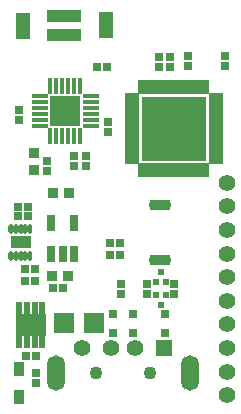
<source format=gts>
G04*
G04 #@! TF.GenerationSoftware,Altium Limited,Altium Designer,20.2.6 (244)*
G04*
G04 Layer_Color=8388736*
%FSLAX44Y44*%
%MOMM*%
G71*
G04*
G04 #@! TF.SameCoordinates,B6B92F39-3B6A-451D-A712-2CEA1CBF15C8*
G04*
G04*
G04 #@! TF.FilePolarity,Negative*
G04*
G01*
G75*
%ADD45R,1.7032X1.7032*%
G04:AMPARAMS|DCode=46|XSize=1.8032mm|YSize=0.9032mm|CornerRadius=0.2766mm|HoleSize=0mm|Usage=FLASHONLY|Rotation=180.000|XOffset=0mm|YOffset=0mm|HoleType=Round|Shape=RoundedRectangle|*
%AMROUNDEDRECTD46*
21,1,1.8032,0.3500,0,0,180.0*
21,1,1.2500,0.9032,0,0,180.0*
1,1,0.5532,-0.6250,0.1750*
1,1,0.5532,0.6250,0.1750*
1,1,0.5532,0.6250,-0.1750*
1,1,0.5532,-0.6250,-0.1750*
%
%ADD46ROUNDEDRECTD46*%
%ADD47R,0.8032X0.8032*%
%ADD48R,0.5700X0.6000*%
%ADD49R,0.4700X0.6000*%
%ADD50R,5.5032X5.5032*%
%ADD51R,1.2032X0.5532*%
%ADD52R,0.5532X1.2032*%
%ADD53R,0.4532X1.3972*%
%ADD54R,1.3972X0.4532*%
%ADD55R,1.3970X0.4532*%
%ADD56R,2.6332X2.6332*%
%ADD57R,0.8032X1.3532*%
%ADD58R,0.5532X1.0532*%
%ADD59R,2.6032X1.8532*%
%ADD60R,0.9032X1.2782*%
%ADD61R,0.7532X0.7332*%
%ADD62R,0.9652X0.9652*%
%ADD63R,0.7332X0.7532*%
%ADD64R,1.2032X2.2032*%
%ADD65R,3.0032X1.0032*%
G04:AMPARAMS|DCode=66|XSize=0.9032mm|YSize=0.4232mm|CornerRadius=0.1621mm|HoleSize=0mm|Usage=FLASHONLY|Rotation=270.000|XOffset=0mm|YOffset=0mm|HoleType=Round|Shape=RoundedRectangle|*
%AMROUNDEDRECTD66*
21,1,0.9032,0.0990,0,0,270.0*
21,1,0.5790,0.4232,0,0,270.0*
1,1,0.3242,-0.0495,-0.2895*
1,1,0.3242,-0.0495,0.2895*
1,1,0.3242,0.0495,0.2895*
1,1,0.3242,0.0495,-0.2895*
%
%ADD66ROUNDEDRECTD66*%
%ADD67R,1.7032X1.1032*%
%ADD68R,0.7532X0.7332*%
%ADD69R,0.7332X0.7532*%
%ADD70C,1.4032*%
%ADD71C,0.2032*%
%ADD72C,1.4200*%
%ADD73R,1.4200X1.4200*%
%ADD74C,1.1000*%
%ADD75O,1.5000X3.0000*%
G36*
X9993Y-271164D02*
D01*
D01*
D01*
D01*
D01*
D01*
D01*
D01*
D02*
G37*
G36*
X33993D02*
D01*
D01*
D01*
D01*
D01*
D01*
D01*
D01*
D02*
G37*
D45*
X49911Y-269464D02*
D03*
X75311D02*
D03*
D46*
X131572Y-216048D02*
D03*
Y-169820D02*
D03*
D47*
X108458Y-262263D02*
D03*
Y-278263D02*
D03*
X135497Y-262263D02*
D03*
Y-278263D02*
D03*
X91440Y-262263D02*
D03*
Y-278263D02*
D03*
D48*
X132163Y-226526D02*
D03*
Y-254203D02*
D03*
D49*
X128163Y-234526D02*
D03*
X136163D02*
D03*
Y-246203D02*
D03*
X127788D02*
D03*
D50*
X142926Y-104910D02*
D03*
D51*
X178326Y-77410D02*
D03*
Y-82410D02*
D03*
Y-87410D02*
D03*
Y-92410D02*
D03*
Y-97410D02*
D03*
Y-102410D02*
D03*
Y-107410D02*
D03*
Y-112410D02*
D03*
Y-117410D02*
D03*
Y-122410D02*
D03*
Y-127410D02*
D03*
Y-132410D02*
D03*
X107526D02*
D03*
Y-127410D02*
D03*
Y-122410D02*
D03*
Y-117410D02*
D03*
Y-112410D02*
D03*
Y-107410D02*
D03*
Y-102410D02*
D03*
Y-97410D02*
D03*
Y-92410D02*
D03*
Y-87410D02*
D03*
Y-82410D02*
D03*
Y-77410D02*
D03*
D52*
X170426Y-140310D02*
D03*
X165426D02*
D03*
X160426D02*
D03*
X155426D02*
D03*
X150426D02*
D03*
X145426D02*
D03*
X140426D02*
D03*
X135426D02*
D03*
X130426D02*
D03*
X125426D02*
D03*
X120426D02*
D03*
X115426D02*
D03*
Y-69510D02*
D03*
X120426D02*
D03*
X125426D02*
D03*
X130426D02*
D03*
X135426D02*
D03*
X140426D02*
D03*
X145426D02*
D03*
X150426D02*
D03*
X155426D02*
D03*
X160426D02*
D03*
X165426D02*
D03*
X170426D02*
D03*
D53*
X38500Y-111480D02*
D03*
X43500D02*
D03*
X48500D02*
D03*
X53500D02*
D03*
X58500D02*
D03*
X63500D02*
D03*
Y-68540D02*
D03*
X58500D02*
D03*
X53500D02*
D03*
X48500D02*
D03*
X43500D02*
D03*
X38500D02*
D03*
D54*
X72470Y-102510D02*
D03*
Y-97510D02*
D03*
Y-92510D02*
D03*
Y-87510D02*
D03*
Y-82510D02*
D03*
X29530Y-77510D02*
D03*
Y-82510D02*
D03*
Y-87510D02*
D03*
Y-92510D02*
D03*
Y-97510D02*
D03*
Y-102510D02*
D03*
D55*
X72471Y-77510D02*
D03*
D56*
X51000Y-90010D02*
D03*
D57*
X39268Y-185014D02*
D03*
X58268D02*
D03*
Y-211014D02*
D03*
X48768D02*
D03*
X39268D02*
D03*
D58*
X31743Y-256414D02*
D03*
X25243D02*
D03*
X18743D02*
D03*
Y-285914D02*
D03*
X12243D02*
D03*
X25243D02*
D03*
X31743D02*
D03*
X12243Y-256414D02*
D03*
D59*
X21993Y-271164D02*
D03*
D60*
X12246Y-331808D02*
D03*
Y-308568D02*
D03*
D61*
X97032Y-211661D02*
D03*
X88652D02*
D03*
X18162Y-297074D02*
D03*
X26542D02*
D03*
X11304Y-171090D02*
D03*
X19684D02*
D03*
X16892Y-233828D02*
D03*
X25272D02*
D03*
Y-223668D02*
D03*
X16892D02*
D03*
X19684Y-179218D02*
D03*
X11304D02*
D03*
X88634Y-201613D02*
D03*
X97014D02*
D03*
D62*
X24689Y-125290D02*
D03*
Y-140030D02*
D03*
X54422Y-159838D02*
D03*
X41082D02*
D03*
X40066Y-229764D02*
D03*
X53406D02*
D03*
D63*
X25971Y-320499D02*
D03*
Y-312119D02*
D03*
X154610Y-52243D02*
D03*
Y-43863D02*
D03*
X186262D02*
D03*
Y-52243D02*
D03*
X12116Y-89176D02*
D03*
Y-97556D02*
D03*
X130480Y-44064D02*
D03*
Y-52444D02*
D03*
X68718Y-128062D02*
D03*
Y-136442D02*
D03*
X86948Y-107783D02*
D03*
Y-99403D02*
D03*
D64*
X85292Y-17420D02*
D03*
X15292Y-17674D02*
D03*
D65*
X50292Y-25570D02*
D03*
Y-9270D02*
D03*
D66*
X5208Y-212525D02*
D03*
X9208D02*
D03*
X13208D02*
D03*
X17208D02*
D03*
X21208Y-190107D02*
D03*
X17208D02*
D03*
X13208D02*
D03*
X9208D02*
D03*
X5208D02*
D03*
X21208Y-212525D02*
D03*
D67*
X13208Y-201189D02*
D03*
D68*
X86232Y-52980D02*
D03*
X77852D02*
D03*
X49148Y-239670D02*
D03*
X40768D02*
D03*
D69*
X140132Y-43964D02*
D03*
Y-52344D02*
D03*
X58500Y-136442D02*
D03*
Y-128062D02*
D03*
X98044Y-244695D02*
D03*
Y-236315D02*
D03*
X35560Y-140482D02*
D03*
Y-132102D02*
D03*
X143511Y-244695D02*
D03*
Y-236315D02*
D03*
X120653D02*
D03*
Y-244695D02*
D03*
D70*
X187880Y-330763D02*
D03*
Y-310763D02*
D03*
Y-290763D02*
D03*
Y-270763D02*
D03*
Y-250763D02*
D03*
Y-230763D02*
D03*
Y-210763D02*
D03*
Y-190763D02*
D03*
Y-150763D02*
D03*
Y-170763D02*
D03*
D71*
X51000Y-90010D02*
D03*
X131000D02*
D03*
D72*
X65000Y-290500D02*
D03*
X90000D02*
D03*
X110000D02*
D03*
D73*
X135000D02*
D03*
D74*
X77500Y-311500D02*
D03*
X122500D02*
D03*
D75*
X43000D02*
D03*
X157000D02*
D03*
M02*

</source>
